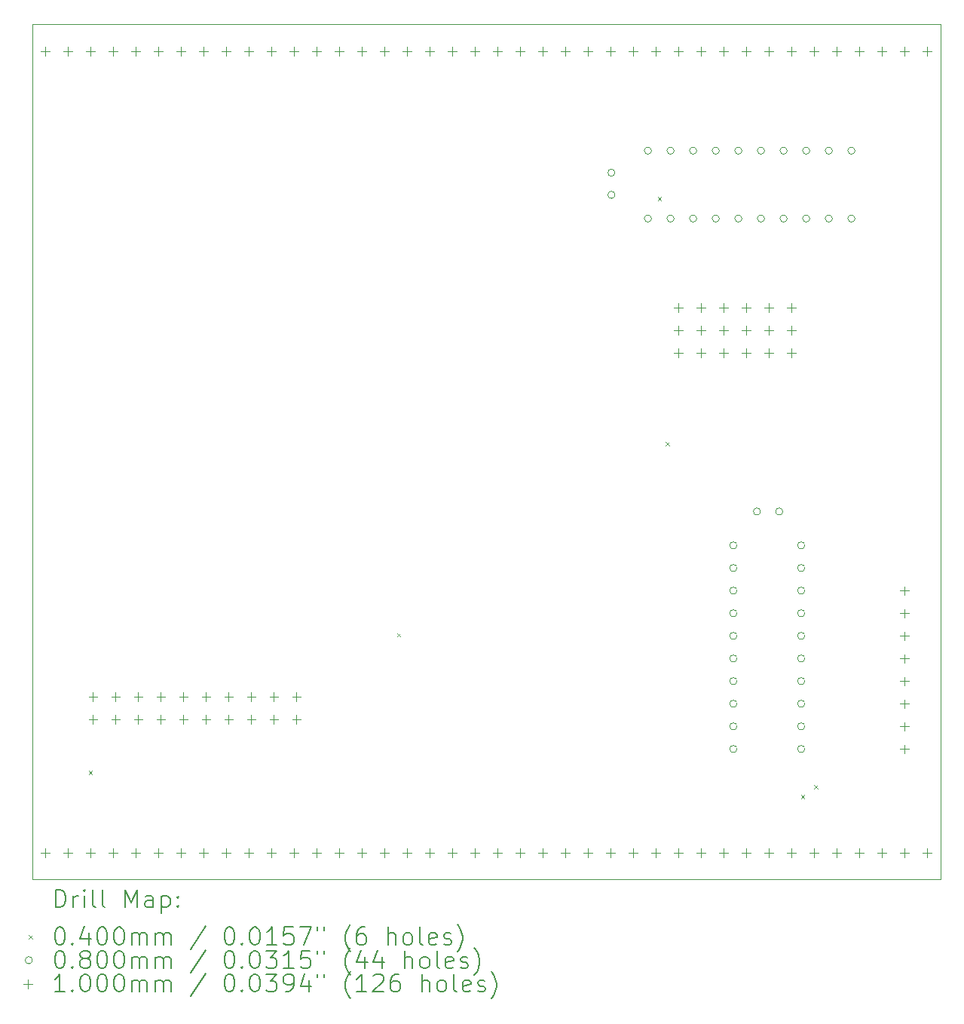
<source format=gbr>
%TF.GenerationSoftware,KiCad,Pcbnew,8.0.3*%
%TF.CreationDate,2025-04-20T12:23:43-04:00*%
%TF.ProjectId,memory-loader-interface,6d656d6f-7279-42d6-9c6f-616465722d69,1.0*%
%TF.SameCoordinates,Original*%
%TF.FileFunction,Drillmap*%
%TF.FilePolarity,Positive*%
%FSLAX45Y45*%
G04 Gerber Fmt 4.5, Leading zero omitted, Abs format (unit mm)*
G04 Created by KiCad (PCBNEW 8.0.3) date 2025-04-20 12:23:43*
%MOMM*%
%LPD*%
G01*
G04 APERTURE LIST*
%ADD10C,0.100000*%
%ADD11C,0.200000*%
G04 APERTURE END LIST*
D10*
X8500000Y-13900000D02*
X8500000Y-4300000D01*
X8500000Y-4300000D02*
X18700000Y-4300000D01*
X18700000Y-13900000D02*
X8500000Y-13900000D01*
X18700000Y-4300000D02*
X18700000Y-13900000D01*
D11*
D10*
X9128000Y-12680000D02*
X9168000Y-12720000D01*
X9168000Y-12680000D02*
X9128000Y-12720000D01*
X12590000Y-11135000D02*
X12630000Y-11175000D01*
X12630000Y-11135000D02*
X12590000Y-11175000D01*
X15520000Y-6240000D02*
X15560000Y-6280000D01*
X15560000Y-6240000D02*
X15520000Y-6280000D01*
X15610000Y-8990000D02*
X15650000Y-9030000D01*
X15650000Y-8990000D02*
X15610000Y-9030000D01*
X17130000Y-12950000D02*
X17170000Y-12990000D01*
X17170000Y-12950000D02*
X17130000Y-12990000D01*
X17280000Y-12840000D02*
X17320000Y-12880000D01*
X17320000Y-12840000D02*
X17280000Y-12880000D01*
X15040000Y-5965000D02*
G75*
G02*
X14960000Y-5965000I-40000J0D01*
G01*
X14960000Y-5965000D02*
G75*
G02*
X15040000Y-5965000I40000J0D01*
G01*
X15040000Y-6215000D02*
G75*
G02*
X14960000Y-6215000I-40000J0D01*
G01*
X14960000Y-6215000D02*
G75*
G02*
X15040000Y-6215000I40000J0D01*
G01*
X15450000Y-5718000D02*
G75*
G02*
X15370000Y-5718000I-40000J0D01*
G01*
X15370000Y-5718000D02*
G75*
G02*
X15450000Y-5718000I40000J0D01*
G01*
X15450000Y-6480000D02*
G75*
G02*
X15370000Y-6480000I-40000J0D01*
G01*
X15370000Y-6480000D02*
G75*
G02*
X15450000Y-6480000I40000J0D01*
G01*
X15704000Y-5718000D02*
G75*
G02*
X15624000Y-5718000I-40000J0D01*
G01*
X15624000Y-5718000D02*
G75*
G02*
X15704000Y-5718000I40000J0D01*
G01*
X15704000Y-6480000D02*
G75*
G02*
X15624000Y-6480000I-40000J0D01*
G01*
X15624000Y-6480000D02*
G75*
G02*
X15704000Y-6480000I40000J0D01*
G01*
X15958000Y-5718000D02*
G75*
G02*
X15878000Y-5718000I-40000J0D01*
G01*
X15878000Y-5718000D02*
G75*
G02*
X15958000Y-5718000I40000J0D01*
G01*
X15958000Y-6480000D02*
G75*
G02*
X15878000Y-6480000I-40000J0D01*
G01*
X15878000Y-6480000D02*
G75*
G02*
X15958000Y-6480000I40000J0D01*
G01*
X16212000Y-5718000D02*
G75*
G02*
X16132000Y-5718000I-40000J0D01*
G01*
X16132000Y-5718000D02*
G75*
G02*
X16212000Y-5718000I40000J0D01*
G01*
X16212000Y-6480000D02*
G75*
G02*
X16132000Y-6480000I-40000J0D01*
G01*
X16132000Y-6480000D02*
G75*
G02*
X16212000Y-6480000I40000J0D01*
G01*
X16410000Y-10150000D02*
G75*
G02*
X16330000Y-10150000I-40000J0D01*
G01*
X16330000Y-10150000D02*
G75*
G02*
X16410000Y-10150000I40000J0D01*
G01*
X16410000Y-10404000D02*
G75*
G02*
X16330000Y-10404000I-40000J0D01*
G01*
X16330000Y-10404000D02*
G75*
G02*
X16410000Y-10404000I40000J0D01*
G01*
X16410000Y-10658000D02*
G75*
G02*
X16330000Y-10658000I-40000J0D01*
G01*
X16330000Y-10658000D02*
G75*
G02*
X16410000Y-10658000I40000J0D01*
G01*
X16410000Y-10912000D02*
G75*
G02*
X16330000Y-10912000I-40000J0D01*
G01*
X16330000Y-10912000D02*
G75*
G02*
X16410000Y-10912000I40000J0D01*
G01*
X16410000Y-11166000D02*
G75*
G02*
X16330000Y-11166000I-40000J0D01*
G01*
X16330000Y-11166000D02*
G75*
G02*
X16410000Y-11166000I40000J0D01*
G01*
X16410000Y-11420000D02*
G75*
G02*
X16330000Y-11420000I-40000J0D01*
G01*
X16330000Y-11420000D02*
G75*
G02*
X16410000Y-11420000I40000J0D01*
G01*
X16410000Y-11674000D02*
G75*
G02*
X16330000Y-11674000I-40000J0D01*
G01*
X16330000Y-11674000D02*
G75*
G02*
X16410000Y-11674000I40000J0D01*
G01*
X16410000Y-11928000D02*
G75*
G02*
X16330000Y-11928000I-40000J0D01*
G01*
X16330000Y-11928000D02*
G75*
G02*
X16410000Y-11928000I40000J0D01*
G01*
X16410000Y-12182000D02*
G75*
G02*
X16330000Y-12182000I-40000J0D01*
G01*
X16330000Y-12182000D02*
G75*
G02*
X16410000Y-12182000I40000J0D01*
G01*
X16410000Y-12436000D02*
G75*
G02*
X16330000Y-12436000I-40000J0D01*
G01*
X16330000Y-12436000D02*
G75*
G02*
X16410000Y-12436000I40000J0D01*
G01*
X16466000Y-5718000D02*
G75*
G02*
X16386000Y-5718000I-40000J0D01*
G01*
X16386000Y-5718000D02*
G75*
G02*
X16466000Y-5718000I40000J0D01*
G01*
X16466000Y-6480000D02*
G75*
G02*
X16386000Y-6480000I-40000J0D01*
G01*
X16386000Y-6480000D02*
G75*
G02*
X16466000Y-6480000I40000J0D01*
G01*
X16675000Y-9770000D02*
G75*
G02*
X16595000Y-9770000I-40000J0D01*
G01*
X16595000Y-9770000D02*
G75*
G02*
X16675000Y-9770000I40000J0D01*
G01*
X16720000Y-5718000D02*
G75*
G02*
X16640000Y-5718000I-40000J0D01*
G01*
X16640000Y-5718000D02*
G75*
G02*
X16720000Y-5718000I40000J0D01*
G01*
X16720000Y-6480000D02*
G75*
G02*
X16640000Y-6480000I-40000J0D01*
G01*
X16640000Y-6480000D02*
G75*
G02*
X16720000Y-6480000I40000J0D01*
G01*
X16925000Y-9770000D02*
G75*
G02*
X16845000Y-9770000I-40000J0D01*
G01*
X16845000Y-9770000D02*
G75*
G02*
X16925000Y-9770000I40000J0D01*
G01*
X16974000Y-5718000D02*
G75*
G02*
X16894000Y-5718000I-40000J0D01*
G01*
X16894000Y-5718000D02*
G75*
G02*
X16974000Y-5718000I40000J0D01*
G01*
X16974000Y-6480000D02*
G75*
G02*
X16894000Y-6480000I-40000J0D01*
G01*
X16894000Y-6480000D02*
G75*
G02*
X16974000Y-6480000I40000J0D01*
G01*
X17172000Y-10150000D02*
G75*
G02*
X17092000Y-10150000I-40000J0D01*
G01*
X17092000Y-10150000D02*
G75*
G02*
X17172000Y-10150000I40000J0D01*
G01*
X17172000Y-10404000D02*
G75*
G02*
X17092000Y-10404000I-40000J0D01*
G01*
X17092000Y-10404000D02*
G75*
G02*
X17172000Y-10404000I40000J0D01*
G01*
X17172000Y-10658000D02*
G75*
G02*
X17092000Y-10658000I-40000J0D01*
G01*
X17092000Y-10658000D02*
G75*
G02*
X17172000Y-10658000I40000J0D01*
G01*
X17172000Y-10912000D02*
G75*
G02*
X17092000Y-10912000I-40000J0D01*
G01*
X17092000Y-10912000D02*
G75*
G02*
X17172000Y-10912000I40000J0D01*
G01*
X17172000Y-11166000D02*
G75*
G02*
X17092000Y-11166000I-40000J0D01*
G01*
X17092000Y-11166000D02*
G75*
G02*
X17172000Y-11166000I40000J0D01*
G01*
X17172000Y-11420000D02*
G75*
G02*
X17092000Y-11420000I-40000J0D01*
G01*
X17092000Y-11420000D02*
G75*
G02*
X17172000Y-11420000I40000J0D01*
G01*
X17172000Y-11674000D02*
G75*
G02*
X17092000Y-11674000I-40000J0D01*
G01*
X17092000Y-11674000D02*
G75*
G02*
X17172000Y-11674000I40000J0D01*
G01*
X17172000Y-11928000D02*
G75*
G02*
X17092000Y-11928000I-40000J0D01*
G01*
X17092000Y-11928000D02*
G75*
G02*
X17172000Y-11928000I40000J0D01*
G01*
X17172000Y-12182000D02*
G75*
G02*
X17092000Y-12182000I-40000J0D01*
G01*
X17092000Y-12182000D02*
G75*
G02*
X17172000Y-12182000I40000J0D01*
G01*
X17172000Y-12436000D02*
G75*
G02*
X17092000Y-12436000I-40000J0D01*
G01*
X17092000Y-12436000D02*
G75*
G02*
X17172000Y-12436000I40000J0D01*
G01*
X17228000Y-5718000D02*
G75*
G02*
X17148000Y-5718000I-40000J0D01*
G01*
X17148000Y-5718000D02*
G75*
G02*
X17228000Y-5718000I40000J0D01*
G01*
X17228000Y-6480000D02*
G75*
G02*
X17148000Y-6480000I-40000J0D01*
G01*
X17148000Y-6480000D02*
G75*
G02*
X17228000Y-6480000I40000J0D01*
G01*
X17482000Y-5718000D02*
G75*
G02*
X17402000Y-5718000I-40000J0D01*
G01*
X17402000Y-5718000D02*
G75*
G02*
X17482000Y-5718000I40000J0D01*
G01*
X17482000Y-6480000D02*
G75*
G02*
X17402000Y-6480000I-40000J0D01*
G01*
X17402000Y-6480000D02*
G75*
G02*
X17482000Y-6480000I40000J0D01*
G01*
X17736000Y-5718000D02*
G75*
G02*
X17656000Y-5718000I-40000J0D01*
G01*
X17656000Y-5718000D02*
G75*
G02*
X17736000Y-5718000I40000J0D01*
G01*
X17736000Y-6480000D02*
G75*
G02*
X17656000Y-6480000I-40000J0D01*
G01*
X17656000Y-6480000D02*
G75*
G02*
X17736000Y-6480000I40000J0D01*
G01*
X8640000Y-4550000D02*
X8640000Y-4650000D01*
X8590000Y-4600000D02*
X8690000Y-4600000D01*
X8640000Y-13550000D02*
X8640000Y-13650000D01*
X8590000Y-13600000D02*
X8690000Y-13600000D01*
X8894000Y-4550000D02*
X8894000Y-4650000D01*
X8844000Y-4600000D02*
X8944000Y-4600000D01*
X8894000Y-13550000D02*
X8894000Y-13650000D01*
X8844000Y-13600000D02*
X8944000Y-13600000D01*
X9148000Y-4550000D02*
X9148000Y-4650000D01*
X9098000Y-4600000D02*
X9198000Y-4600000D01*
X9148000Y-13550000D02*
X9148000Y-13650000D01*
X9098000Y-13600000D02*
X9198000Y-13600000D01*
X9177500Y-11798500D02*
X9177500Y-11898500D01*
X9127500Y-11848500D02*
X9227500Y-11848500D01*
X9177500Y-12052500D02*
X9177500Y-12152500D01*
X9127500Y-12102500D02*
X9227500Y-12102500D01*
X9402000Y-4550000D02*
X9402000Y-4650000D01*
X9352000Y-4600000D02*
X9452000Y-4600000D01*
X9402000Y-13550000D02*
X9402000Y-13650000D01*
X9352000Y-13600000D02*
X9452000Y-13600000D01*
X9431500Y-11798500D02*
X9431500Y-11898500D01*
X9381500Y-11848500D02*
X9481500Y-11848500D01*
X9431500Y-12052500D02*
X9431500Y-12152500D01*
X9381500Y-12102500D02*
X9481500Y-12102500D01*
X9656000Y-4550000D02*
X9656000Y-4650000D01*
X9606000Y-4600000D02*
X9706000Y-4600000D01*
X9656000Y-13550000D02*
X9656000Y-13650000D01*
X9606000Y-13600000D02*
X9706000Y-13600000D01*
X9685500Y-11798500D02*
X9685500Y-11898500D01*
X9635500Y-11848500D02*
X9735500Y-11848500D01*
X9685500Y-12052500D02*
X9685500Y-12152500D01*
X9635500Y-12102500D02*
X9735500Y-12102500D01*
X9910000Y-4550000D02*
X9910000Y-4650000D01*
X9860000Y-4600000D02*
X9960000Y-4600000D01*
X9910000Y-13550000D02*
X9910000Y-13650000D01*
X9860000Y-13600000D02*
X9960000Y-13600000D01*
X9939500Y-11798500D02*
X9939500Y-11898500D01*
X9889500Y-11848500D02*
X9989500Y-11848500D01*
X9939500Y-12052500D02*
X9939500Y-12152500D01*
X9889500Y-12102500D02*
X9989500Y-12102500D01*
X10164000Y-4550000D02*
X10164000Y-4650000D01*
X10114000Y-4600000D02*
X10214000Y-4600000D01*
X10164000Y-13550000D02*
X10164000Y-13650000D01*
X10114000Y-13600000D02*
X10214000Y-13600000D01*
X10193500Y-11798500D02*
X10193500Y-11898500D01*
X10143500Y-11848500D02*
X10243500Y-11848500D01*
X10193500Y-12052500D02*
X10193500Y-12152500D01*
X10143500Y-12102500D02*
X10243500Y-12102500D01*
X10418000Y-4550000D02*
X10418000Y-4650000D01*
X10368000Y-4600000D02*
X10468000Y-4600000D01*
X10418000Y-13550000D02*
X10418000Y-13650000D01*
X10368000Y-13600000D02*
X10468000Y-13600000D01*
X10447500Y-11798500D02*
X10447500Y-11898500D01*
X10397500Y-11848500D02*
X10497500Y-11848500D01*
X10447500Y-12052500D02*
X10447500Y-12152500D01*
X10397500Y-12102500D02*
X10497500Y-12102500D01*
X10672000Y-4550000D02*
X10672000Y-4650000D01*
X10622000Y-4600000D02*
X10722000Y-4600000D01*
X10672000Y-13550000D02*
X10672000Y-13650000D01*
X10622000Y-13600000D02*
X10722000Y-13600000D01*
X10701500Y-11798500D02*
X10701500Y-11898500D01*
X10651500Y-11848500D02*
X10751500Y-11848500D01*
X10701500Y-12052500D02*
X10701500Y-12152500D01*
X10651500Y-12102500D02*
X10751500Y-12102500D01*
X10926000Y-4550000D02*
X10926000Y-4650000D01*
X10876000Y-4600000D02*
X10976000Y-4600000D01*
X10926000Y-13550000D02*
X10926000Y-13650000D01*
X10876000Y-13600000D02*
X10976000Y-13600000D01*
X10955500Y-11798500D02*
X10955500Y-11898500D01*
X10905500Y-11848500D02*
X11005500Y-11848500D01*
X10955500Y-12052500D02*
X10955500Y-12152500D01*
X10905500Y-12102500D02*
X11005500Y-12102500D01*
X11180000Y-4550000D02*
X11180000Y-4650000D01*
X11130000Y-4600000D02*
X11230000Y-4600000D01*
X11180000Y-13550000D02*
X11180000Y-13650000D01*
X11130000Y-13600000D02*
X11230000Y-13600000D01*
X11209500Y-11798500D02*
X11209500Y-11898500D01*
X11159500Y-11848500D02*
X11259500Y-11848500D01*
X11209500Y-12052500D02*
X11209500Y-12152500D01*
X11159500Y-12102500D02*
X11259500Y-12102500D01*
X11434000Y-4550000D02*
X11434000Y-4650000D01*
X11384000Y-4600000D02*
X11484000Y-4600000D01*
X11434000Y-13550000D02*
X11434000Y-13650000D01*
X11384000Y-13600000D02*
X11484000Y-13600000D01*
X11463500Y-11798500D02*
X11463500Y-11898500D01*
X11413500Y-11848500D02*
X11513500Y-11848500D01*
X11463500Y-12052500D02*
X11463500Y-12152500D01*
X11413500Y-12102500D02*
X11513500Y-12102500D01*
X11688000Y-4550000D02*
X11688000Y-4650000D01*
X11638000Y-4600000D02*
X11738000Y-4600000D01*
X11688000Y-13550000D02*
X11688000Y-13650000D01*
X11638000Y-13600000D02*
X11738000Y-13600000D01*
X11942000Y-4550000D02*
X11942000Y-4650000D01*
X11892000Y-4600000D02*
X11992000Y-4600000D01*
X11942000Y-13550000D02*
X11942000Y-13650000D01*
X11892000Y-13600000D02*
X11992000Y-13600000D01*
X12196000Y-4550000D02*
X12196000Y-4650000D01*
X12146000Y-4600000D02*
X12246000Y-4600000D01*
X12196000Y-13550000D02*
X12196000Y-13650000D01*
X12146000Y-13600000D02*
X12246000Y-13600000D01*
X12450000Y-4550000D02*
X12450000Y-4650000D01*
X12400000Y-4600000D02*
X12500000Y-4600000D01*
X12450000Y-13550000D02*
X12450000Y-13650000D01*
X12400000Y-13600000D02*
X12500000Y-13600000D01*
X12704000Y-4550000D02*
X12704000Y-4650000D01*
X12654000Y-4600000D02*
X12754000Y-4600000D01*
X12704000Y-13550000D02*
X12704000Y-13650000D01*
X12654000Y-13600000D02*
X12754000Y-13600000D01*
X12958000Y-4550000D02*
X12958000Y-4650000D01*
X12908000Y-4600000D02*
X13008000Y-4600000D01*
X12958000Y-13550000D02*
X12958000Y-13650000D01*
X12908000Y-13600000D02*
X13008000Y-13600000D01*
X13212000Y-4550000D02*
X13212000Y-4650000D01*
X13162000Y-4600000D02*
X13262000Y-4600000D01*
X13212000Y-13550000D02*
X13212000Y-13650000D01*
X13162000Y-13600000D02*
X13262000Y-13600000D01*
X13466000Y-4550000D02*
X13466000Y-4650000D01*
X13416000Y-4600000D02*
X13516000Y-4600000D01*
X13466000Y-13550000D02*
X13466000Y-13650000D01*
X13416000Y-13600000D02*
X13516000Y-13600000D01*
X13720000Y-4550000D02*
X13720000Y-4650000D01*
X13670000Y-4600000D02*
X13770000Y-4600000D01*
X13720000Y-13550000D02*
X13720000Y-13650000D01*
X13670000Y-13600000D02*
X13770000Y-13600000D01*
X13974000Y-4550000D02*
X13974000Y-4650000D01*
X13924000Y-4600000D02*
X14024000Y-4600000D01*
X13974000Y-13550000D02*
X13974000Y-13650000D01*
X13924000Y-13600000D02*
X14024000Y-13600000D01*
X14228000Y-4550000D02*
X14228000Y-4650000D01*
X14178000Y-4600000D02*
X14278000Y-4600000D01*
X14228000Y-13550000D02*
X14228000Y-13650000D01*
X14178000Y-13600000D02*
X14278000Y-13600000D01*
X14482000Y-4550000D02*
X14482000Y-4650000D01*
X14432000Y-4600000D02*
X14532000Y-4600000D01*
X14482000Y-13550000D02*
X14482000Y-13650000D01*
X14432000Y-13600000D02*
X14532000Y-13600000D01*
X14736000Y-4550000D02*
X14736000Y-4650000D01*
X14686000Y-4600000D02*
X14786000Y-4600000D01*
X14736000Y-13550000D02*
X14736000Y-13650000D01*
X14686000Y-13600000D02*
X14786000Y-13600000D01*
X14990000Y-4550000D02*
X14990000Y-4650000D01*
X14940000Y-4600000D02*
X15040000Y-4600000D01*
X14990000Y-13550000D02*
X14990000Y-13650000D01*
X14940000Y-13600000D02*
X15040000Y-13600000D01*
X15244000Y-4550000D02*
X15244000Y-4650000D01*
X15194000Y-4600000D02*
X15294000Y-4600000D01*
X15244000Y-13550000D02*
X15244000Y-13650000D01*
X15194000Y-13600000D02*
X15294000Y-13600000D01*
X15498000Y-4550000D02*
X15498000Y-4650000D01*
X15448000Y-4600000D02*
X15548000Y-4600000D01*
X15498000Y-13550000D02*
X15498000Y-13650000D01*
X15448000Y-13600000D02*
X15548000Y-13600000D01*
X15750000Y-7430000D02*
X15750000Y-7530000D01*
X15700000Y-7480000D02*
X15800000Y-7480000D01*
X15750000Y-7686000D02*
X15750000Y-7786000D01*
X15700000Y-7736000D02*
X15800000Y-7736000D01*
X15750000Y-7940000D02*
X15750000Y-8040000D01*
X15700000Y-7990000D02*
X15800000Y-7990000D01*
X15752000Y-4550000D02*
X15752000Y-4650000D01*
X15702000Y-4600000D02*
X15802000Y-4600000D01*
X15752000Y-13550000D02*
X15752000Y-13650000D01*
X15702000Y-13600000D02*
X15802000Y-13600000D01*
X16004000Y-7430000D02*
X16004000Y-7530000D01*
X15954000Y-7480000D02*
X16054000Y-7480000D01*
X16004000Y-7686000D02*
X16004000Y-7786000D01*
X15954000Y-7736000D02*
X16054000Y-7736000D01*
X16004000Y-7940000D02*
X16004000Y-8040000D01*
X15954000Y-7990000D02*
X16054000Y-7990000D01*
X16006000Y-4550000D02*
X16006000Y-4650000D01*
X15956000Y-4600000D02*
X16056000Y-4600000D01*
X16006000Y-13550000D02*
X16006000Y-13650000D01*
X15956000Y-13600000D02*
X16056000Y-13600000D01*
X16258000Y-7430000D02*
X16258000Y-7530000D01*
X16208000Y-7480000D02*
X16308000Y-7480000D01*
X16258000Y-7686000D02*
X16258000Y-7786000D01*
X16208000Y-7736000D02*
X16308000Y-7736000D01*
X16258000Y-7940000D02*
X16258000Y-8040000D01*
X16208000Y-7990000D02*
X16308000Y-7990000D01*
X16260000Y-4550000D02*
X16260000Y-4650000D01*
X16210000Y-4600000D02*
X16310000Y-4600000D01*
X16260000Y-13550000D02*
X16260000Y-13650000D01*
X16210000Y-13600000D02*
X16310000Y-13600000D01*
X16512000Y-7430000D02*
X16512000Y-7530000D01*
X16462000Y-7480000D02*
X16562000Y-7480000D01*
X16512000Y-7686000D02*
X16512000Y-7786000D01*
X16462000Y-7736000D02*
X16562000Y-7736000D01*
X16512000Y-7940000D02*
X16512000Y-8040000D01*
X16462000Y-7990000D02*
X16562000Y-7990000D01*
X16514000Y-4550000D02*
X16514000Y-4650000D01*
X16464000Y-4600000D02*
X16564000Y-4600000D01*
X16514000Y-13550000D02*
X16514000Y-13650000D01*
X16464000Y-13600000D02*
X16564000Y-13600000D01*
X16766000Y-7430000D02*
X16766000Y-7530000D01*
X16716000Y-7480000D02*
X16816000Y-7480000D01*
X16766000Y-7686000D02*
X16766000Y-7786000D01*
X16716000Y-7736000D02*
X16816000Y-7736000D01*
X16766000Y-7940000D02*
X16766000Y-8040000D01*
X16716000Y-7990000D02*
X16816000Y-7990000D01*
X16768000Y-4550000D02*
X16768000Y-4650000D01*
X16718000Y-4600000D02*
X16818000Y-4600000D01*
X16768000Y-13550000D02*
X16768000Y-13650000D01*
X16718000Y-13600000D02*
X16818000Y-13600000D01*
X17020000Y-7430000D02*
X17020000Y-7530000D01*
X16970000Y-7480000D02*
X17070000Y-7480000D01*
X17020000Y-7686000D02*
X17020000Y-7786000D01*
X16970000Y-7736000D02*
X17070000Y-7736000D01*
X17020000Y-7940000D02*
X17020000Y-8040000D01*
X16970000Y-7990000D02*
X17070000Y-7990000D01*
X17022000Y-4550000D02*
X17022000Y-4650000D01*
X16972000Y-4600000D02*
X17072000Y-4600000D01*
X17022000Y-13550000D02*
X17022000Y-13650000D01*
X16972000Y-13600000D02*
X17072000Y-13600000D01*
X17276000Y-4550000D02*
X17276000Y-4650000D01*
X17226000Y-4600000D02*
X17326000Y-4600000D01*
X17276000Y-13550000D02*
X17276000Y-13650000D01*
X17226000Y-13600000D02*
X17326000Y-13600000D01*
X17530000Y-4550000D02*
X17530000Y-4650000D01*
X17480000Y-4600000D02*
X17580000Y-4600000D01*
X17530000Y-13550000D02*
X17530000Y-13650000D01*
X17480000Y-13600000D02*
X17580000Y-13600000D01*
X17784000Y-4550000D02*
X17784000Y-4650000D01*
X17734000Y-4600000D02*
X17834000Y-4600000D01*
X17784000Y-13550000D02*
X17784000Y-13650000D01*
X17734000Y-13600000D02*
X17834000Y-13600000D01*
X18038000Y-4550000D02*
X18038000Y-4650000D01*
X17988000Y-4600000D02*
X18088000Y-4600000D01*
X18038000Y-13550000D02*
X18038000Y-13650000D01*
X17988000Y-13600000D02*
X18088000Y-13600000D01*
X18290000Y-10610000D02*
X18290000Y-10710000D01*
X18240000Y-10660000D02*
X18340000Y-10660000D01*
X18290000Y-10864000D02*
X18290000Y-10964000D01*
X18240000Y-10914000D02*
X18340000Y-10914000D01*
X18290000Y-11118000D02*
X18290000Y-11218000D01*
X18240000Y-11168000D02*
X18340000Y-11168000D01*
X18290000Y-11372000D02*
X18290000Y-11472000D01*
X18240000Y-11422000D02*
X18340000Y-11422000D01*
X18290000Y-11626000D02*
X18290000Y-11726000D01*
X18240000Y-11676000D02*
X18340000Y-11676000D01*
X18290000Y-11880000D02*
X18290000Y-11980000D01*
X18240000Y-11930000D02*
X18340000Y-11930000D01*
X18290000Y-12134000D02*
X18290000Y-12234000D01*
X18240000Y-12184000D02*
X18340000Y-12184000D01*
X18290000Y-12388000D02*
X18290000Y-12488000D01*
X18240000Y-12438000D02*
X18340000Y-12438000D01*
X18292000Y-4550000D02*
X18292000Y-4650000D01*
X18242000Y-4600000D02*
X18342000Y-4600000D01*
X18292000Y-13550000D02*
X18292000Y-13650000D01*
X18242000Y-13600000D02*
X18342000Y-13600000D01*
X18546000Y-4550000D02*
X18546000Y-4650000D01*
X18496000Y-4600000D02*
X18596000Y-4600000D01*
X18546000Y-13550000D02*
X18546000Y-13650000D01*
X18496000Y-13600000D02*
X18596000Y-13600000D01*
D11*
X8755777Y-14216484D02*
X8755777Y-14016484D01*
X8755777Y-14016484D02*
X8803396Y-14016484D01*
X8803396Y-14016484D02*
X8831967Y-14026008D01*
X8831967Y-14026008D02*
X8851015Y-14045055D01*
X8851015Y-14045055D02*
X8860539Y-14064103D01*
X8860539Y-14064103D02*
X8870063Y-14102198D01*
X8870063Y-14102198D02*
X8870063Y-14130769D01*
X8870063Y-14130769D02*
X8860539Y-14168865D01*
X8860539Y-14168865D02*
X8851015Y-14187912D01*
X8851015Y-14187912D02*
X8831967Y-14206960D01*
X8831967Y-14206960D02*
X8803396Y-14216484D01*
X8803396Y-14216484D02*
X8755777Y-14216484D01*
X8955777Y-14216484D02*
X8955777Y-14083150D01*
X8955777Y-14121246D02*
X8965301Y-14102198D01*
X8965301Y-14102198D02*
X8974824Y-14092674D01*
X8974824Y-14092674D02*
X8993872Y-14083150D01*
X8993872Y-14083150D02*
X9012920Y-14083150D01*
X9079586Y-14216484D02*
X9079586Y-14083150D01*
X9079586Y-14016484D02*
X9070063Y-14026008D01*
X9070063Y-14026008D02*
X9079586Y-14035531D01*
X9079586Y-14035531D02*
X9089110Y-14026008D01*
X9089110Y-14026008D02*
X9079586Y-14016484D01*
X9079586Y-14016484D02*
X9079586Y-14035531D01*
X9203396Y-14216484D02*
X9184348Y-14206960D01*
X9184348Y-14206960D02*
X9174824Y-14187912D01*
X9174824Y-14187912D02*
X9174824Y-14016484D01*
X9308158Y-14216484D02*
X9289110Y-14206960D01*
X9289110Y-14206960D02*
X9279586Y-14187912D01*
X9279586Y-14187912D02*
X9279586Y-14016484D01*
X9536729Y-14216484D02*
X9536729Y-14016484D01*
X9536729Y-14016484D02*
X9603396Y-14159341D01*
X9603396Y-14159341D02*
X9670063Y-14016484D01*
X9670063Y-14016484D02*
X9670063Y-14216484D01*
X9851015Y-14216484D02*
X9851015Y-14111722D01*
X9851015Y-14111722D02*
X9841491Y-14092674D01*
X9841491Y-14092674D02*
X9822444Y-14083150D01*
X9822444Y-14083150D02*
X9784348Y-14083150D01*
X9784348Y-14083150D02*
X9765301Y-14092674D01*
X9851015Y-14206960D02*
X9831967Y-14216484D01*
X9831967Y-14216484D02*
X9784348Y-14216484D01*
X9784348Y-14216484D02*
X9765301Y-14206960D01*
X9765301Y-14206960D02*
X9755777Y-14187912D01*
X9755777Y-14187912D02*
X9755777Y-14168865D01*
X9755777Y-14168865D02*
X9765301Y-14149817D01*
X9765301Y-14149817D02*
X9784348Y-14140293D01*
X9784348Y-14140293D02*
X9831967Y-14140293D01*
X9831967Y-14140293D02*
X9851015Y-14130769D01*
X9946253Y-14083150D02*
X9946253Y-14283150D01*
X9946253Y-14092674D02*
X9965301Y-14083150D01*
X9965301Y-14083150D02*
X10003396Y-14083150D01*
X10003396Y-14083150D02*
X10022444Y-14092674D01*
X10022444Y-14092674D02*
X10031967Y-14102198D01*
X10031967Y-14102198D02*
X10041491Y-14121246D01*
X10041491Y-14121246D02*
X10041491Y-14178388D01*
X10041491Y-14178388D02*
X10031967Y-14197436D01*
X10031967Y-14197436D02*
X10022444Y-14206960D01*
X10022444Y-14206960D02*
X10003396Y-14216484D01*
X10003396Y-14216484D02*
X9965301Y-14216484D01*
X9965301Y-14216484D02*
X9946253Y-14206960D01*
X10127205Y-14197436D02*
X10136729Y-14206960D01*
X10136729Y-14206960D02*
X10127205Y-14216484D01*
X10127205Y-14216484D02*
X10117682Y-14206960D01*
X10117682Y-14206960D02*
X10127205Y-14197436D01*
X10127205Y-14197436D02*
X10127205Y-14216484D01*
X10127205Y-14092674D02*
X10136729Y-14102198D01*
X10136729Y-14102198D02*
X10127205Y-14111722D01*
X10127205Y-14111722D02*
X10117682Y-14102198D01*
X10117682Y-14102198D02*
X10127205Y-14092674D01*
X10127205Y-14092674D02*
X10127205Y-14111722D01*
D10*
X8455000Y-14525000D02*
X8495000Y-14565000D01*
X8495000Y-14525000D02*
X8455000Y-14565000D01*
D11*
X8793872Y-14436484D02*
X8812920Y-14436484D01*
X8812920Y-14436484D02*
X8831967Y-14446008D01*
X8831967Y-14446008D02*
X8841491Y-14455531D01*
X8841491Y-14455531D02*
X8851015Y-14474579D01*
X8851015Y-14474579D02*
X8860539Y-14512674D01*
X8860539Y-14512674D02*
X8860539Y-14560293D01*
X8860539Y-14560293D02*
X8851015Y-14598388D01*
X8851015Y-14598388D02*
X8841491Y-14617436D01*
X8841491Y-14617436D02*
X8831967Y-14626960D01*
X8831967Y-14626960D02*
X8812920Y-14636484D01*
X8812920Y-14636484D02*
X8793872Y-14636484D01*
X8793872Y-14636484D02*
X8774824Y-14626960D01*
X8774824Y-14626960D02*
X8765301Y-14617436D01*
X8765301Y-14617436D02*
X8755777Y-14598388D01*
X8755777Y-14598388D02*
X8746253Y-14560293D01*
X8746253Y-14560293D02*
X8746253Y-14512674D01*
X8746253Y-14512674D02*
X8755777Y-14474579D01*
X8755777Y-14474579D02*
X8765301Y-14455531D01*
X8765301Y-14455531D02*
X8774824Y-14446008D01*
X8774824Y-14446008D02*
X8793872Y-14436484D01*
X8946253Y-14617436D02*
X8955777Y-14626960D01*
X8955777Y-14626960D02*
X8946253Y-14636484D01*
X8946253Y-14636484D02*
X8936729Y-14626960D01*
X8936729Y-14626960D02*
X8946253Y-14617436D01*
X8946253Y-14617436D02*
X8946253Y-14636484D01*
X9127205Y-14503150D02*
X9127205Y-14636484D01*
X9079586Y-14426960D02*
X9031967Y-14569817D01*
X9031967Y-14569817D02*
X9155777Y-14569817D01*
X9270063Y-14436484D02*
X9289110Y-14436484D01*
X9289110Y-14436484D02*
X9308158Y-14446008D01*
X9308158Y-14446008D02*
X9317682Y-14455531D01*
X9317682Y-14455531D02*
X9327205Y-14474579D01*
X9327205Y-14474579D02*
X9336729Y-14512674D01*
X9336729Y-14512674D02*
X9336729Y-14560293D01*
X9336729Y-14560293D02*
X9327205Y-14598388D01*
X9327205Y-14598388D02*
X9317682Y-14617436D01*
X9317682Y-14617436D02*
X9308158Y-14626960D01*
X9308158Y-14626960D02*
X9289110Y-14636484D01*
X9289110Y-14636484D02*
X9270063Y-14636484D01*
X9270063Y-14636484D02*
X9251015Y-14626960D01*
X9251015Y-14626960D02*
X9241491Y-14617436D01*
X9241491Y-14617436D02*
X9231967Y-14598388D01*
X9231967Y-14598388D02*
X9222444Y-14560293D01*
X9222444Y-14560293D02*
X9222444Y-14512674D01*
X9222444Y-14512674D02*
X9231967Y-14474579D01*
X9231967Y-14474579D02*
X9241491Y-14455531D01*
X9241491Y-14455531D02*
X9251015Y-14446008D01*
X9251015Y-14446008D02*
X9270063Y-14436484D01*
X9460539Y-14436484D02*
X9479586Y-14436484D01*
X9479586Y-14436484D02*
X9498634Y-14446008D01*
X9498634Y-14446008D02*
X9508158Y-14455531D01*
X9508158Y-14455531D02*
X9517682Y-14474579D01*
X9517682Y-14474579D02*
X9527205Y-14512674D01*
X9527205Y-14512674D02*
X9527205Y-14560293D01*
X9527205Y-14560293D02*
X9517682Y-14598388D01*
X9517682Y-14598388D02*
X9508158Y-14617436D01*
X9508158Y-14617436D02*
X9498634Y-14626960D01*
X9498634Y-14626960D02*
X9479586Y-14636484D01*
X9479586Y-14636484D02*
X9460539Y-14636484D01*
X9460539Y-14636484D02*
X9441491Y-14626960D01*
X9441491Y-14626960D02*
X9431967Y-14617436D01*
X9431967Y-14617436D02*
X9422444Y-14598388D01*
X9422444Y-14598388D02*
X9412920Y-14560293D01*
X9412920Y-14560293D02*
X9412920Y-14512674D01*
X9412920Y-14512674D02*
X9422444Y-14474579D01*
X9422444Y-14474579D02*
X9431967Y-14455531D01*
X9431967Y-14455531D02*
X9441491Y-14446008D01*
X9441491Y-14446008D02*
X9460539Y-14436484D01*
X9612920Y-14636484D02*
X9612920Y-14503150D01*
X9612920Y-14522198D02*
X9622444Y-14512674D01*
X9622444Y-14512674D02*
X9641491Y-14503150D01*
X9641491Y-14503150D02*
X9670063Y-14503150D01*
X9670063Y-14503150D02*
X9689110Y-14512674D01*
X9689110Y-14512674D02*
X9698634Y-14531722D01*
X9698634Y-14531722D02*
X9698634Y-14636484D01*
X9698634Y-14531722D02*
X9708158Y-14512674D01*
X9708158Y-14512674D02*
X9727205Y-14503150D01*
X9727205Y-14503150D02*
X9755777Y-14503150D01*
X9755777Y-14503150D02*
X9774825Y-14512674D01*
X9774825Y-14512674D02*
X9784348Y-14531722D01*
X9784348Y-14531722D02*
X9784348Y-14636484D01*
X9879586Y-14636484D02*
X9879586Y-14503150D01*
X9879586Y-14522198D02*
X9889110Y-14512674D01*
X9889110Y-14512674D02*
X9908158Y-14503150D01*
X9908158Y-14503150D02*
X9936729Y-14503150D01*
X9936729Y-14503150D02*
X9955777Y-14512674D01*
X9955777Y-14512674D02*
X9965301Y-14531722D01*
X9965301Y-14531722D02*
X9965301Y-14636484D01*
X9965301Y-14531722D02*
X9974825Y-14512674D01*
X9974825Y-14512674D02*
X9993872Y-14503150D01*
X9993872Y-14503150D02*
X10022444Y-14503150D01*
X10022444Y-14503150D02*
X10041491Y-14512674D01*
X10041491Y-14512674D02*
X10051015Y-14531722D01*
X10051015Y-14531722D02*
X10051015Y-14636484D01*
X10441491Y-14426960D02*
X10270063Y-14684103D01*
X10698634Y-14436484D02*
X10717682Y-14436484D01*
X10717682Y-14436484D02*
X10736729Y-14446008D01*
X10736729Y-14446008D02*
X10746253Y-14455531D01*
X10746253Y-14455531D02*
X10755777Y-14474579D01*
X10755777Y-14474579D02*
X10765301Y-14512674D01*
X10765301Y-14512674D02*
X10765301Y-14560293D01*
X10765301Y-14560293D02*
X10755777Y-14598388D01*
X10755777Y-14598388D02*
X10746253Y-14617436D01*
X10746253Y-14617436D02*
X10736729Y-14626960D01*
X10736729Y-14626960D02*
X10717682Y-14636484D01*
X10717682Y-14636484D02*
X10698634Y-14636484D01*
X10698634Y-14636484D02*
X10679587Y-14626960D01*
X10679587Y-14626960D02*
X10670063Y-14617436D01*
X10670063Y-14617436D02*
X10660539Y-14598388D01*
X10660539Y-14598388D02*
X10651015Y-14560293D01*
X10651015Y-14560293D02*
X10651015Y-14512674D01*
X10651015Y-14512674D02*
X10660539Y-14474579D01*
X10660539Y-14474579D02*
X10670063Y-14455531D01*
X10670063Y-14455531D02*
X10679587Y-14446008D01*
X10679587Y-14446008D02*
X10698634Y-14436484D01*
X10851015Y-14617436D02*
X10860539Y-14626960D01*
X10860539Y-14626960D02*
X10851015Y-14636484D01*
X10851015Y-14636484D02*
X10841491Y-14626960D01*
X10841491Y-14626960D02*
X10851015Y-14617436D01*
X10851015Y-14617436D02*
X10851015Y-14636484D01*
X10984348Y-14436484D02*
X11003396Y-14436484D01*
X11003396Y-14436484D02*
X11022444Y-14446008D01*
X11022444Y-14446008D02*
X11031968Y-14455531D01*
X11031968Y-14455531D02*
X11041491Y-14474579D01*
X11041491Y-14474579D02*
X11051015Y-14512674D01*
X11051015Y-14512674D02*
X11051015Y-14560293D01*
X11051015Y-14560293D02*
X11041491Y-14598388D01*
X11041491Y-14598388D02*
X11031968Y-14617436D01*
X11031968Y-14617436D02*
X11022444Y-14626960D01*
X11022444Y-14626960D02*
X11003396Y-14636484D01*
X11003396Y-14636484D02*
X10984348Y-14636484D01*
X10984348Y-14636484D02*
X10965301Y-14626960D01*
X10965301Y-14626960D02*
X10955777Y-14617436D01*
X10955777Y-14617436D02*
X10946253Y-14598388D01*
X10946253Y-14598388D02*
X10936729Y-14560293D01*
X10936729Y-14560293D02*
X10936729Y-14512674D01*
X10936729Y-14512674D02*
X10946253Y-14474579D01*
X10946253Y-14474579D02*
X10955777Y-14455531D01*
X10955777Y-14455531D02*
X10965301Y-14446008D01*
X10965301Y-14446008D02*
X10984348Y-14436484D01*
X11241491Y-14636484D02*
X11127206Y-14636484D01*
X11184348Y-14636484D02*
X11184348Y-14436484D01*
X11184348Y-14436484D02*
X11165301Y-14465055D01*
X11165301Y-14465055D02*
X11146253Y-14484103D01*
X11146253Y-14484103D02*
X11127206Y-14493627D01*
X11422444Y-14436484D02*
X11327206Y-14436484D01*
X11327206Y-14436484D02*
X11317682Y-14531722D01*
X11317682Y-14531722D02*
X11327206Y-14522198D01*
X11327206Y-14522198D02*
X11346253Y-14512674D01*
X11346253Y-14512674D02*
X11393872Y-14512674D01*
X11393872Y-14512674D02*
X11412920Y-14522198D01*
X11412920Y-14522198D02*
X11422444Y-14531722D01*
X11422444Y-14531722D02*
X11431967Y-14550769D01*
X11431967Y-14550769D02*
X11431967Y-14598388D01*
X11431967Y-14598388D02*
X11422444Y-14617436D01*
X11422444Y-14617436D02*
X11412920Y-14626960D01*
X11412920Y-14626960D02*
X11393872Y-14636484D01*
X11393872Y-14636484D02*
X11346253Y-14636484D01*
X11346253Y-14636484D02*
X11327206Y-14626960D01*
X11327206Y-14626960D02*
X11317682Y-14617436D01*
X11498634Y-14436484D02*
X11631967Y-14436484D01*
X11631967Y-14436484D02*
X11546253Y-14636484D01*
X11698634Y-14436484D02*
X11698634Y-14474579D01*
X11774825Y-14436484D02*
X11774825Y-14474579D01*
X12070063Y-14712674D02*
X12060539Y-14703150D01*
X12060539Y-14703150D02*
X12041491Y-14674579D01*
X12041491Y-14674579D02*
X12031968Y-14655531D01*
X12031968Y-14655531D02*
X12022444Y-14626960D01*
X12022444Y-14626960D02*
X12012920Y-14579341D01*
X12012920Y-14579341D02*
X12012920Y-14541246D01*
X12012920Y-14541246D02*
X12022444Y-14493627D01*
X12022444Y-14493627D02*
X12031968Y-14465055D01*
X12031968Y-14465055D02*
X12041491Y-14446008D01*
X12041491Y-14446008D02*
X12060539Y-14417436D01*
X12060539Y-14417436D02*
X12070063Y-14407912D01*
X12231968Y-14436484D02*
X12193872Y-14436484D01*
X12193872Y-14436484D02*
X12174825Y-14446008D01*
X12174825Y-14446008D02*
X12165301Y-14455531D01*
X12165301Y-14455531D02*
X12146253Y-14484103D01*
X12146253Y-14484103D02*
X12136729Y-14522198D01*
X12136729Y-14522198D02*
X12136729Y-14598388D01*
X12136729Y-14598388D02*
X12146253Y-14617436D01*
X12146253Y-14617436D02*
X12155777Y-14626960D01*
X12155777Y-14626960D02*
X12174825Y-14636484D01*
X12174825Y-14636484D02*
X12212920Y-14636484D01*
X12212920Y-14636484D02*
X12231968Y-14626960D01*
X12231968Y-14626960D02*
X12241491Y-14617436D01*
X12241491Y-14617436D02*
X12251015Y-14598388D01*
X12251015Y-14598388D02*
X12251015Y-14550769D01*
X12251015Y-14550769D02*
X12241491Y-14531722D01*
X12241491Y-14531722D02*
X12231968Y-14522198D01*
X12231968Y-14522198D02*
X12212920Y-14512674D01*
X12212920Y-14512674D02*
X12174825Y-14512674D01*
X12174825Y-14512674D02*
X12155777Y-14522198D01*
X12155777Y-14522198D02*
X12146253Y-14531722D01*
X12146253Y-14531722D02*
X12136729Y-14550769D01*
X12489110Y-14636484D02*
X12489110Y-14436484D01*
X12574825Y-14636484D02*
X12574825Y-14531722D01*
X12574825Y-14531722D02*
X12565301Y-14512674D01*
X12565301Y-14512674D02*
X12546253Y-14503150D01*
X12546253Y-14503150D02*
X12517682Y-14503150D01*
X12517682Y-14503150D02*
X12498634Y-14512674D01*
X12498634Y-14512674D02*
X12489110Y-14522198D01*
X12698634Y-14636484D02*
X12679587Y-14626960D01*
X12679587Y-14626960D02*
X12670063Y-14617436D01*
X12670063Y-14617436D02*
X12660539Y-14598388D01*
X12660539Y-14598388D02*
X12660539Y-14541246D01*
X12660539Y-14541246D02*
X12670063Y-14522198D01*
X12670063Y-14522198D02*
X12679587Y-14512674D01*
X12679587Y-14512674D02*
X12698634Y-14503150D01*
X12698634Y-14503150D02*
X12727206Y-14503150D01*
X12727206Y-14503150D02*
X12746253Y-14512674D01*
X12746253Y-14512674D02*
X12755777Y-14522198D01*
X12755777Y-14522198D02*
X12765301Y-14541246D01*
X12765301Y-14541246D02*
X12765301Y-14598388D01*
X12765301Y-14598388D02*
X12755777Y-14617436D01*
X12755777Y-14617436D02*
X12746253Y-14626960D01*
X12746253Y-14626960D02*
X12727206Y-14636484D01*
X12727206Y-14636484D02*
X12698634Y-14636484D01*
X12879587Y-14636484D02*
X12860539Y-14626960D01*
X12860539Y-14626960D02*
X12851015Y-14607912D01*
X12851015Y-14607912D02*
X12851015Y-14436484D01*
X13031968Y-14626960D02*
X13012920Y-14636484D01*
X13012920Y-14636484D02*
X12974825Y-14636484D01*
X12974825Y-14636484D02*
X12955777Y-14626960D01*
X12955777Y-14626960D02*
X12946253Y-14607912D01*
X12946253Y-14607912D02*
X12946253Y-14531722D01*
X12946253Y-14531722D02*
X12955777Y-14512674D01*
X12955777Y-14512674D02*
X12974825Y-14503150D01*
X12974825Y-14503150D02*
X13012920Y-14503150D01*
X13012920Y-14503150D02*
X13031968Y-14512674D01*
X13031968Y-14512674D02*
X13041491Y-14531722D01*
X13041491Y-14531722D02*
X13041491Y-14550769D01*
X13041491Y-14550769D02*
X12946253Y-14569817D01*
X13117682Y-14626960D02*
X13136730Y-14636484D01*
X13136730Y-14636484D02*
X13174825Y-14636484D01*
X13174825Y-14636484D02*
X13193872Y-14626960D01*
X13193872Y-14626960D02*
X13203396Y-14607912D01*
X13203396Y-14607912D02*
X13203396Y-14598388D01*
X13203396Y-14598388D02*
X13193872Y-14579341D01*
X13193872Y-14579341D02*
X13174825Y-14569817D01*
X13174825Y-14569817D02*
X13146253Y-14569817D01*
X13146253Y-14569817D02*
X13127206Y-14560293D01*
X13127206Y-14560293D02*
X13117682Y-14541246D01*
X13117682Y-14541246D02*
X13117682Y-14531722D01*
X13117682Y-14531722D02*
X13127206Y-14512674D01*
X13127206Y-14512674D02*
X13146253Y-14503150D01*
X13146253Y-14503150D02*
X13174825Y-14503150D01*
X13174825Y-14503150D02*
X13193872Y-14512674D01*
X13270063Y-14712674D02*
X13279587Y-14703150D01*
X13279587Y-14703150D02*
X13298634Y-14674579D01*
X13298634Y-14674579D02*
X13308158Y-14655531D01*
X13308158Y-14655531D02*
X13317682Y-14626960D01*
X13317682Y-14626960D02*
X13327206Y-14579341D01*
X13327206Y-14579341D02*
X13327206Y-14541246D01*
X13327206Y-14541246D02*
X13317682Y-14493627D01*
X13317682Y-14493627D02*
X13308158Y-14465055D01*
X13308158Y-14465055D02*
X13298634Y-14446008D01*
X13298634Y-14446008D02*
X13279587Y-14417436D01*
X13279587Y-14417436D02*
X13270063Y-14407912D01*
D10*
X8495000Y-14809000D02*
G75*
G02*
X8415000Y-14809000I-40000J0D01*
G01*
X8415000Y-14809000D02*
G75*
G02*
X8495000Y-14809000I40000J0D01*
G01*
D11*
X8793872Y-14700484D02*
X8812920Y-14700484D01*
X8812920Y-14700484D02*
X8831967Y-14710008D01*
X8831967Y-14710008D02*
X8841491Y-14719531D01*
X8841491Y-14719531D02*
X8851015Y-14738579D01*
X8851015Y-14738579D02*
X8860539Y-14776674D01*
X8860539Y-14776674D02*
X8860539Y-14824293D01*
X8860539Y-14824293D02*
X8851015Y-14862388D01*
X8851015Y-14862388D02*
X8841491Y-14881436D01*
X8841491Y-14881436D02*
X8831967Y-14890960D01*
X8831967Y-14890960D02*
X8812920Y-14900484D01*
X8812920Y-14900484D02*
X8793872Y-14900484D01*
X8793872Y-14900484D02*
X8774824Y-14890960D01*
X8774824Y-14890960D02*
X8765301Y-14881436D01*
X8765301Y-14881436D02*
X8755777Y-14862388D01*
X8755777Y-14862388D02*
X8746253Y-14824293D01*
X8746253Y-14824293D02*
X8746253Y-14776674D01*
X8746253Y-14776674D02*
X8755777Y-14738579D01*
X8755777Y-14738579D02*
X8765301Y-14719531D01*
X8765301Y-14719531D02*
X8774824Y-14710008D01*
X8774824Y-14710008D02*
X8793872Y-14700484D01*
X8946253Y-14881436D02*
X8955777Y-14890960D01*
X8955777Y-14890960D02*
X8946253Y-14900484D01*
X8946253Y-14900484D02*
X8936729Y-14890960D01*
X8936729Y-14890960D02*
X8946253Y-14881436D01*
X8946253Y-14881436D02*
X8946253Y-14900484D01*
X9070063Y-14786198D02*
X9051015Y-14776674D01*
X9051015Y-14776674D02*
X9041491Y-14767150D01*
X9041491Y-14767150D02*
X9031967Y-14748103D01*
X9031967Y-14748103D02*
X9031967Y-14738579D01*
X9031967Y-14738579D02*
X9041491Y-14719531D01*
X9041491Y-14719531D02*
X9051015Y-14710008D01*
X9051015Y-14710008D02*
X9070063Y-14700484D01*
X9070063Y-14700484D02*
X9108158Y-14700484D01*
X9108158Y-14700484D02*
X9127205Y-14710008D01*
X9127205Y-14710008D02*
X9136729Y-14719531D01*
X9136729Y-14719531D02*
X9146253Y-14738579D01*
X9146253Y-14738579D02*
X9146253Y-14748103D01*
X9146253Y-14748103D02*
X9136729Y-14767150D01*
X9136729Y-14767150D02*
X9127205Y-14776674D01*
X9127205Y-14776674D02*
X9108158Y-14786198D01*
X9108158Y-14786198D02*
X9070063Y-14786198D01*
X9070063Y-14786198D02*
X9051015Y-14795722D01*
X9051015Y-14795722D02*
X9041491Y-14805246D01*
X9041491Y-14805246D02*
X9031967Y-14824293D01*
X9031967Y-14824293D02*
X9031967Y-14862388D01*
X9031967Y-14862388D02*
X9041491Y-14881436D01*
X9041491Y-14881436D02*
X9051015Y-14890960D01*
X9051015Y-14890960D02*
X9070063Y-14900484D01*
X9070063Y-14900484D02*
X9108158Y-14900484D01*
X9108158Y-14900484D02*
X9127205Y-14890960D01*
X9127205Y-14890960D02*
X9136729Y-14881436D01*
X9136729Y-14881436D02*
X9146253Y-14862388D01*
X9146253Y-14862388D02*
X9146253Y-14824293D01*
X9146253Y-14824293D02*
X9136729Y-14805246D01*
X9136729Y-14805246D02*
X9127205Y-14795722D01*
X9127205Y-14795722D02*
X9108158Y-14786198D01*
X9270063Y-14700484D02*
X9289110Y-14700484D01*
X9289110Y-14700484D02*
X9308158Y-14710008D01*
X9308158Y-14710008D02*
X9317682Y-14719531D01*
X9317682Y-14719531D02*
X9327205Y-14738579D01*
X9327205Y-14738579D02*
X9336729Y-14776674D01*
X9336729Y-14776674D02*
X9336729Y-14824293D01*
X9336729Y-14824293D02*
X9327205Y-14862388D01*
X9327205Y-14862388D02*
X9317682Y-14881436D01*
X9317682Y-14881436D02*
X9308158Y-14890960D01*
X9308158Y-14890960D02*
X9289110Y-14900484D01*
X9289110Y-14900484D02*
X9270063Y-14900484D01*
X9270063Y-14900484D02*
X9251015Y-14890960D01*
X9251015Y-14890960D02*
X9241491Y-14881436D01*
X9241491Y-14881436D02*
X9231967Y-14862388D01*
X9231967Y-14862388D02*
X9222444Y-14824293D01*
X9222444Y-14824293D02*
X9222444Y-14776674D01*
X9222444Y-14776674D02*
X9231967Y-14738579D01*
X9231967Y-14738579D02*
X9241491Y-14719531D01*
X9241491Y-14719531D02*
X9251015Y-14710008D01*
X9251015Y-14710008D02*
X9270063Y-14700484D01*
X9460539Y-14700484D02*
X9479586Y-14700484D01*
X9479586Y-14700484D02*
X9498634Y-14710008D01*
X9498634Y-14710008D02*
X9508158Y-14719531D01*
X9508158Y-14719531D02*
X9517682Y-14738579D01*
X9517682Y-14738579D02*
X9527205Y-14776674D01*
X9527205Y-14776674D02*
X9527205Y-14824293D01*
X9527205Y-14824293D02*
X9517682Y-14862388D01*
X9517682Y-14862388D02*
X9508158Y-14881436D01*
X9508158Y-14881436D02*
X9498634Y-14890960D01*
X9498634Y-14890960D02*
X9479586Y-14900484D01*
X9479586Y-14900484D02*
X9460539Y-14900484D01*
X9460539Y-14900484D02*
X9441491Y-14890960D01*
X9441491Y-14890960D02*
X9431967Y-14881436D01*
X9431967Y-14881436D02*
X9422444Y-14862388D01*
X9422444Y-14862388D02*
X9412920Y-14824293D01*
X9412920Y-14824293D02*
X9412920Y-14776674D01*
X9412920Y-14776674D02*
X9422444Y-14738579D01*
X9422444Y-14738579D02*
X9431967Y-14719531D01*
X9431967Y-14719531D02*
X9441491Y-14710008D01*
X9441491Y-14710008D02*
X9460539Y-14700484D01*
X9612920Y-14900484D02*
X9612920Y-14767150D01*
X9612920Y-14786198D02*
X9622444Y-14776674D01*
X9622444Y-14776674D02*
X9641491Y-14767150D01*
X9641491Y-14767150D02*
X9670063Y-14767150D01*
X9670063Y-14767150D02*
X9689110Y-14776674D01*
X9689110Y-14776674D02*
X9698634Y-14795722D01*
X9698634Y-14795722D02*
X9698634Y-14900484D01*
X9698634Y-14795722D02*
X9708158Y-14776674D01*
X9708158Y-14776674D02*
X9727205Y-14767150D01*
X9727205Y-14767150D02*
X9755777Y-14767150D01*
X9755777Y-14767150D02*
X9774825Y-14776674D01*
X9774825Y-14776674D02*
X9784348Y-14795722D01*
X9784348Y-14795722D02*
X9784348Y-14900484D01*
X9879586Y-14900484D02*
X9879586Y-14767150D01*
X9879586Y-14786198D02*
X9889110Y-14776674D01*
X9889110Y-14776674D02*
X9908158Y-14767150D01*
X9908158Y-14767150D02*
X9936729Y-14767150D01*
X9936729Y-14767150D02*
X9955777Y-14776674D01*
X9955777Y-14776674D02*
X9965301Y-14795722D01*
X9965301Y-14795722D02*
X9965301Y-14900484D01*
X9965301Y-14795722D02*
X9974825Y-14776674D01*
X9974825Y-14776674D02*
X9993872Y-14767150D01*
X9993872Y-14767150D02*
X10022444Y-14767150D01*
X10022444Y-14767150D02*
X10041491Y-14776674D01*
X10041491Y-14776674D02*
X10051015Y-14795722D01*
X10051015Y-14795722D02*
X10051015Y-14900484D01*
X10441491Y-14690960D02*
X10270063Y-14948103D01*
X10698634Y-14700484D02*
X10717682Y-14700484D01*
X10717682Y-14700484D02*
X10736729Y-14710008D01*
X10736729Y-14710008D02*
X10746253Y-14719531D01*
X10746253Y-14719531D02*
X10755777Y-14738579D01*
X10755777Y-14738579D02*
X10765301Y-14776674D01*
X10765301Y-14776674D02*
X10765301Y-14824293D01*
X10765301Y-14824293D02*
X10755777Y-14862388D01*
X10755777Y-14862388D02*
X10746253Y-14881436D01*
X10746253Y-14881436D02*
X10736729Y-14890960D01*
X10736729Y-14890960D02*
X10717682Y-14900484D01*
X10717682Y-14900484D02*
X10698634Y-14900484D01*
X10698634Y-14900484D02*
X10679587Y-14890960D01*
X10679587Y-14890960D02*
X10670063Y-14881436D01*
X10670063Y-14881436D02*
X10660539Y-14862388D01*
X10660539Y-14862388D02*
X10651015Y-14824293D01*
X10651015Y-14824293D02*
X10651015Y-14776674D01*
X10651015Y-14776674D02*
X10660539Y-14738579D01*
X10660539Y-14738579D02*
X10670063Y-14719531D01*
X10670063Y-14719531D02*
X10679587Y-14710008D01*
X10679587Y-14710008D02*
X10698634Y-14700484D01*
X10851015Y-14881436D02*
X10860539Y-14890960D01*
X10860539Y-14890960D02*
X10851015Y-14900484D01*
X10851015Y-14900484D02*
X10841491Y-14890960D01*
X10841491Y-14890960D02*
X10851015Y-14881436D01*
X10851015Y-14881436D02*
X10851015Y-14900484D01*
X10984348Y-14700484D02*
X11003396Y-14700484D01*
X11003396Y-14700484D02*
X11022444Y-14710008D01*
X11022444Y-14710008D02*
X11031968Y-14719531D01*
X11031968Y-14719531D02*
X11041491Y-14738579D01*
X11041491Y-14738579D02*
X11051015Y-14776674D01*
X11051015Y-14776674D02*
X11051015Y-14824293D01*
X11051015Y-14824293D02*
X11041491Y-14862388D01*
X11041491Y-14862388D02*
X11031968Y-14881436D01*
X11031968Y-14881436D02*
X11022444Y-14890960D01*
X11022444Y-14890960D02*
X11003396Y-14900484D01*
X11003396Y-14900484D02*
X10984348Y-14900484D01*
X10984348Y-14900484D02*
X10965301Y-14890960D01*
X10965301Y-14890960D02*
X10955777Y-14881436D01*
X10955777Y-14881436D02*
X10946253Y-14862388D01*
X10946253Y-14862388D02*
X10936729Y-14824293D01*
X10936729Y-14824293D02*
X10936729Y-14776674D01*
X10936729Y-14776674D02*
X10946253Y-14738579D01*
X10946253Y-14738579D02*
X10955777Y-14719531D01*
X10955777Y-14719531D02*
X10965301Y-14710008D01*
X10965301Y-14710008D02*
X10984348Y-14700484D01*
X11117682Y-14700484D02*
X11241491Y-14700484D01*
X11241491Y-14700484D02*
X11174825Y-14776674D01*
X11174825Y-14776674D02*
X11203396Y-14776674D01*
X11203396Y-14776674D02*
X11222444Y-14786198D01*
X11222444Y-14786198D02*
X11231967Y-14795722D01*
X11231967Y-14795722D02*
X11241491Y-14814769D01*
X11241491Y-14814769D02*
X11241491Y-14862388D01*
X11241491Y-14862388D02*
X11231967Y-14881436D01*
X11231967Y-14881436D02*
X11222444Y-14890960D01*
X11222444Y-14890960D02*
X11203396Y-14900484D01*
X11203396Y-14900484D02*
X11146253Y-14900484D01*
X11146253Y-14900484D02*
X11127206Y-14890960D01*
X11127206Y-14890960D02*
X11117682Y-14881436D01*
X11431967Y-14900484D02*
X11317682Y-14900484D01*
X11374825Y-14900484D02*
X11374825Y-14700484D01*
X11374825Y-14700484D02*
X11355777Y-14729055D01*
X11355777Y-14729055D02*
X11336729Y-14748103D01*
X11336729Y-14748103D02*
X11317682Y-14757627D01*
X11612920Y-14700484D02*
X11517682Y-14700484D01*
X11517682Y-14700484D02*
X11508158Y-14795722D01*
X11508158Y-14795722D02*
X11517682Y-14786198D01*
X11517682Y-14786198D02*
X11536729Y-14776674D01*
X11536729Y-14776674D02*
X11584348Y-14776674D01*
X11584348Y-14776674D02*
X11603396Y-14786198D01*
X11603396Y-14786198D02*
X11612920Y-14795722D01*
X11612920Y-14795722D02*
X11622444Y-14814769D01*
X11622444Y-14814769D02*
X11622444Y-14862388D01*
X11622444Y-14862388D02*
X11612920Y-14881436D01*
X11612920Y-14881436D02*
X11603396Y-14890960D01*
X11603396Y-14890960D02*
X11584348Y-14900484D01*
X11584348Y-14900484D02*
X11536729Y-14900484D01*
X11536729Y-14900484D02*
X11517682Y-14890960D01*
X11517682Y-14890960D02*
X11508158Y-14881436D01*
X11698634Y-14700484D02*
X11698634Y-14738579D01*
X11774825Y-14700484D02*
X11774825Y-14738579D01*
X12070063Y-14976674D02*
X12060539Y-14967150D01*
X12060539Y-14967150D02*
X12041491Y-14938579D01*
X12041491Y-14938579D02*
X12031968Y-14919531D01*
X12031968Y-14919531D02*
X12022444Y-14890960D01*
X12022444Y-14890960D02*
X12012920Y-14843341D01*
X12012920Y-14843341D02*
X12012920Y-14805246D01*
X12012920Y-14805246D02*
X12022444Y-14757627D01*
X12022444Y-14757627D02*
X12031968Y-14729055D01*
X12031968Y-14729055D02*
X12041491Y-14710008D01*
X12041491Y-14710008D02*
X12060539Y-14681436D01*
X12060539Y-14681436D02*
X12070063Y-14671912D01*
X12231968Y-14767150D02*
X12231968Y-14900484D01*
X12184348Y-14690960D02*
X12136729Y-14833817D01*
X12136729Y-14833817D02*
X12260539Y-14833817D01*
X12422444Y-14767150D02*
X12422444Y-14900484D01*
X12374825Y-14690960D02*
X12327206Y-14833817D01*
X12327206Y-14833817D02*
X12451015Y-14833817D01*
X12679587Y-14900484D02*
X12679587Y-14700484D01*
X12765301Y-14900484D02*
X12765301Y-14795722D01*
X12765301Y-14795722D02*
X12755777Y-14776674D01*
X12755777Y-14776674D02*
X12736730Y-14767150D01*
X12736730Y-14767150D02*
X12708158Y-14767150D01*
X12708158Y-14767150D02*
X12689110Y-14776674D01*
X12689110Y-14776674D02*
X12679587Y-14786198D01*
X12889110Y-14900484D02*
X12870063Y-14890960D01*
X12870063Y-14890960D02*
X12860539Y-14881436D01*
X12860539Y-14881436D02*
X12851015Y-14862388D01*
X12851015Y-14862388D02*
X12851015Y-14805246D01*
X12851015Y-14805246D02*
X12860539Y-14786198D01*
X12860539Y-14786198D02*
X12870063Y-14776674D01*
X12870063Y-14776674D02*
X12889110Y-14767150D01*
X12889110Y-14767150D02*
X12917682Y-14767150D01*
X12917682Y-14767150D02*
X12936730Y-14776674D01*
X12936730Y-14776674D02*
X12946253Y-14786198D01*
X12946253Y-14786198D02*
X12955777Y-14805246D01*
X12955777Y-14805246D02*
X12955777Y-14862388D01*
X12955777Y-14862388D02*
X12946253Y-14881436D01*
X12946253Y-14881436D02*
X12936730Y-14890960D01*
X12936730Y-14890960D02*
X12917682Y-14900484D01*
X12917682Y-14900484D02*
X12889110Y-14900484D01*
X13070063Y-14900484D02*
X13051015Y-14890960D01*
X13051015Y-14890960D02*
X13041491Y-14871912D01*
X13041491Y-14871912D02*
X13041491Y-14700484D01*
X13222444Y-14890960D02*
X13203396Y-14900484D01*
X13203396Y-14900484D02*
X13165301Y-14900484D01*
X13165301Y-14900484D02*
X13146253Y-14890960D01*
X13146253Y-14890960D02*
X13136730Y-14871912D01*
X13136730Y-14871912D02*
X13136730Y-14795722D01*
X13136730Y-14795722D02*
X13146253Y-14776674D01*
X13146253Y-14776674D02*
X13165301Y-14767150D01*
X13165301Y-14767150D02*
X13203396Y-14767150D01*
X13203396Y-14767150D02*
X13222444Y-14776674D01*
X13222444Y-14776674D02*
X13231968Y-14795722D01*
X13231968Y-14795722D02*
X13231968Y-14814769D01*
X13231968Y-14814769D02*
X13136730Y-14833817D01*
X13308158Y-14890960D02*
X13327206Y-14900484D01*
X13327206Y-14900484D02*
X13365301Y-14900484D01*
X13365301Y-14900484D02*
X13384349Y-14890960D01*
X13384349Y-14890960D02*
X13393872Y-14871912D01*
X13393872Y-14871912D02*
X13393872Y-14862388D01*
X13393872Y-14862388D02*
X13384349Y-14843341D01*
X13384349Y-14843341D02*
X13365301Y-14833817D01*
X13365301Y-14833817D02*
X13336730Y-14833817D01*
X13336730Y-14833817D02*
X13317682Y-14824293D01*
X13317682Y-14824293D02*
X13308158Y-14805246D01*
X13308158Y-14805246D02*
X13308158Y-14795722D01*
X13308158Y-14795722D02*
X13317682Y-14776674D01*
X13317682Y-14776674D02*
X13336730Y-14767150D01*
X13336730Y-14767150D02*
X13365301Y-14767150D01*
X13365301Y-14767150D02*
X13384349Y-14776674D01*
X13460539Y-14976674D02*
X13470063Y-14967150D01*
X13470063Y-14967150D02*
X13489111Y-14938579D01*
X13489111Y-14938579D02*
X13498634Y-14919531D01*
X13498634Y-14919531D02*
X13508158Y-14890960D01*
X13508158Y-14890960D02*
X13517682Y-14843341D01*
X13517682Y-14843341D02*
X13517682Y-14805246D01*
X13517682Y-14805246D02*
X13508158Y-14757627D01*
X13508158Y-14757627D02*
X13498634Y-14729055D01*
X13498634Y-14729055D02*
X13489111Y-14710008D01*
X13489111Y-14710008D02*
X13470063Y-14681436D01*
X13470063Y-14681436D02*
X13460539Y-14671912D01*
D10*
X8445000Y-15023000D02*
X8445000Y-15123000D01*
X8395000Y-15073000D02*
X8495000Y-15073000D01*
D11*
X8860539Y-15164484D02*
X8746253Y-15164484D01*
X8803396Y-15164484D02*
X8803396Y-14964484D01*
X8803396Y-14964484D02*
X8784348Y-14993055D01*
X8784348Y-14993055D02*
X8765301Y-15012103D01*
X8765301Y-15012103D02*
X8746253Y-15021627D01*
X8946253Y-15145436D02*
X8955777Y-15154960D01*
X8955777Y-15154960D02*
X8946253Y-15164484D01*
X8946253Y-15164484D02*
X8936729Y-15154960D01*
X8936729Y-15154960D02*
X8946253Y-15145436D01*
X8946253Y-15145436D02*
X8946253Y-15164484D01*
X9079586Y-14964484D02*
X9098634Y-14964484D01*
X9098634Y-14964484D02*
X9117682Y-14974008D01*
X9117682Y-14974008D02*
X9127205Y-14983531D01*
X9127205Y-14983531D02*
X9136729Y-15002579D01*
X9136729Y-15002579D02*
X9146253Y-15040674D01*
X9146253Y-15040674D02*
X9146253Y-15088293D01*
X9146253Y-15088293D02*
X9136729Y-15126388D01*
X9136729Y-15126388D02*
X9127205Y-15145436D01*
X9127205Y-15145436D02*
X9117682Y-15154960D01*
X9117682Y-15154960D02*
X9098634Y-15164484D01*
X9098634Y-15164484D02*
X9079586Y-15164484D01*
X9079586Y-15164484D02*
X9060539Y-15154960D01*
X9060539Y-15154960D02*
X9051015Y-15145436D01*
X9051015Y-15145436D02*
X9041491Y-15126388D01*
X9041491Y-15126388D02*
X9031967Y-15088293D01*
X9031967Y-15088293D02*
X9031967Y-15040674D01*
X9031967Y-15040674D02*
X9041491Y-15002579D01*
X9041491Y-15002579D02*
X9051015Y-14983531D01*
X9051015Y-14983531D02*
X9060539Y-14974008D01*
X9060539Y-14974008D02*
X9079586Y-14964484D01*
X9270063Y-14964484D02*
X9289110Y-14964484D01*
X9289110Y-14964484D02*
X9308158Y-14974008D01*
X9308158Y-14974008D02*
X9317682Y-14983531D01*
X9317682Y-14983531D02*
X9327205Y-15002579D01*
X9327205Y-15002579D02*
X9336729Y-15040674D01*
X9336729Y-15040674D02*
X9336729Y-15088293D01*
X9336729Y-15088293D02*
X9327205Y-15126388D01*
X9327205Y-15126388D02*
X9317682Y-15145436D01*
X9317682Y-15145436D02*
X9308158Y-15154960D01*
X9308158Y-15154960D02*
X9289110Y-15164484D01*
X9289110Y-15164484D02*
X9270063Y-15164484D01*
X9270063Y-15164484D02*
X9251015Y-15154960D01*
X9251015Y-15154960D02*
X9241491Y-15145436D01*
X9241491Y-15145436D02*
X9231967Y-15126388D01*
X9231967Y-15126388D02*
X9222444Y-15088293D01*
X9222444Y-15088293D02*
X9222444Y-15040674D01*
X9222444Y-15040674D02*
X9231967Y-15002579D01*
X9231967Y-15002579D02*
X9241491Y-14983531D01*
X9241491Y-14983531D02*
X9251015Y-14974008D01*
X9251015Y-14974008D02*
X9270063Y-14964484D01*
X9460539Y-14964484D02*
X9479586Y-14964484D01*
X9479586Y-14964484D02*
X9498634Y-14974008D01*
X9498634Y-14974008D02*
X9508158Y-14983531D01*
X9508158Y-14983531D02*
X9517682Y-15002579D01*
X9517682Y-15002579D02*
X9527205Y-15040674D01*
X9527205Y-15040674D02*
X9527205Y-15088293D01*
X9527205Y-15088293D02*
X9517682Y-15126388D01*
X9517682Y-15126388D02*
X9508158Y-15145436D01*
X9508158Y-15145436D02*
X9498634Y-15154960D01*
X9498634Y-15154960D02*
X9479586Y-15164484D01*
X9479586Y-15164484D02*
X9460539Y-15164484D01*
X9460539Y-15164484D02*
X9441491Y-15154960D01*
X9441491Y-15154960D02*
X9431967Y-15145436D01*
X9431967Y-15145436D02*
X9422444Y-15126388D01*
X9422444Y-15126388D02*
X9412920Y-15088293D01*
X9412920Y-15088293D02*
X9412920Y-15040674D01*
X9412920Y-15040674D02*
X9422444Y-15002579D01*
X9422444Y-15002579D02*
X9431967Y-14983531D01*
X9431967Y-14983531D02*
X9441491Y-14974008D01*
X9441491Y-14974008D02*
X9460539Y-14964484D01*
X9612920Y-15164484D02*
X9612920Y-15031150D01*
X9612920Y-15050198D02*
X9622444Y-15040674D01*
X9622444Y-15040674D02*
X9641491Y-15031150D01*
X9641491Y-15031150D02*
X9670063Y-15031150D01*
X9670063Y-15031150D02*
X9689110Y-15040674D01*
X9689110Y-15040674D02*
X9698634Y-15059722D01*
X9698634Y-15059722D02*
X9698634Y-15164484D01*
X9698634Y-15059722D02*
X9708158Y-15040674D01*
X9708158Y-15040674D02*
X9727205Y-15031150D01*
X9727205Y-15031150D02*
X9755777Y-15031150D01*
X9755777Y-15031150D02*
X9774825Y-15040674D01*
X9774825Y-15040674D02*
X9784348Y-15059722D01*
X9784348Y-15059722D02*
X9784348Y-15164484D01*
X9879586Y-15164484D02*
X9879586Y-15031150D01*
X9879586Y-15050198D02*
X9889110Y-15040674D01*
X9889110Y-15040674D02*
X9908158Y-15031150D01*
X9908158Y-15031150D02*
X9936729Y-15031150D01*
X9936729Y-15031150D02*
X9955777Y-15040674D01*
X9955777Y-15040674D02*
X9965301Y-15059722D01*
X9965301Y-15059722D02*
X9965301Y-15164484D01*
X9965301Y-15059722D02*
X9974825Y-15040674D01*
X9974825Y-15040674D02*
X9993872Y-15031150D01*
X9993872Y-15031150D02*
X10022444Y-15031150D01*
X10022444Y-15031150D02*
X10041491Y-15040674D01*
X10041491Y-15040674D02*
X10051015Y-15059722D01*
X10051015Y-15059722D02*
X10051015Y-15164484D01*
X10441491Y-14954960D02*
X10270063Y-15212103D01*
X10698634Y-14964484D02*
X10717682Y-14964484D01*
X10717682Y-14964484D02*
X10736729Y-14974008D01*
X10736729Y-14974008D02*
X10746253Y-14983531D01*
X10746253Y-14983531D02*
X10755777Y-15002579D01*
X10755777Y-15002579D02*
X10765301Y-15040674D01*
X10765301Y-15040674D02*
X10765301Y-15088293D01*
X10765301Y-15088293D02*
X10755777Y-15126388D01*
X10755777Y-15126388D02*
X10746253Y-15145436D01*
X10746253Y-15145436D02*
X10736729Y-15154960D01*
X10736729Y-15154960D02*
X10717682Y-15164484D01*
X10717682Y-15164484D02*
X10698634Y-15164484D01*
X10698634Y-15164484D02*
X10679587Y-15154960D01*
X10679587Y-15154960D02*
X10670063Y-15145436D01*
X10670063Y-15145436D02*
X10660539Y-15126388D01*
X10660539Y-15126388D02*
X10651015Y-15088293D01*
X10651015Y-15088293D02*
X10651015Y-15040674D01*
X10651015Y-15040674D02*
X10660539Y-15002579D01*
X10660539Y-15002579D02*
X10670063Y-14983531D01*
X10670063Y-14983531D02*
X10679587Y-14974008D01*
X10679587Y-14974008D02*
X10698634Y-14964484D01*
X10851015Y-15145436D02*
X10860539Y-15154960D01*
X10860539Y-15154960D02*
X10851015Y-15164484D01*
X10851015Y-15164484D02*
X10841491Y-15154960D01*
X10841491Y-15154960D02*
X10851015Y-15145436D01*
X10851015Y-15145436D02*
X10851015Y-15164484D01*
X10984348Y-14964484D02*
X11003396Y-14964484D01*
X11003396Y-14964484D02*
X11022444Y-14974008D01*
X11022444Y-14974008D02*
X11031968Y-14983531D01*
X11031968Y-14983531D02*
X11041491Y-15002579D01*
X11041491Y-15002579D02*
X11051015Y-15040674D01*
X11051015Y-15040674D02*
X11051015Y-15088293D01*
X11051015Y-15088293D02*
X11041491Y-15126388D01*
X11041491Y-15126388D02*
X11031968Y-15145436D01*
X11031968Y-15145436D02*
X11022444Y-15154960D01*
X11022444Y-15154960D02*
X11003396Y-15164484D01*
X11003396Y-15164484D02*
X10984348Y-15164484D01*
X10984348Y-15164484D02*
X10965301Y-15154960D01*
X10965301Y-15154960D02*
X10955777Y-15145436D01*
X10955777Y-15145436D02*
X10946253Y-15126388D01*
X10946253Y-15126388D02*
X10936729Y-15088293D01*
X10936729Y-15088293D02*
X10936729Y-15040674D01*
X10936729Y-15040674D02*
X10946253Y-15002579D01*
X10946253Y-15002579D02*
X10955777Y-14983531D01*
X10955777Y-14983531D02*
X10965301Y-14974008D01*
X10965301Y-14974008D02*
X10984348Y-14964484D01*
X11117682Y-14964484D02*
X11241491Y-14964484D01*
X11241491Y-14964484D02*
X11174825Y-15040674D01*
X11174825Y-15040674D02*
X11203396Y-15040674D01*
X11203396Y-15040674D02*
X11222444Y-15050198D01*
X11222444Y-15050198D02*
X11231967Y-15059722D01*
X11231967Y-15059722D02*
X11241491Y-15078769D01*
X11241491Y-15078769D02*
X11241491Y-15126388D01*
X11241491Y-15126388D02*
X11231967Y-15145436D01*
X11231967Y-15145436D02*
X11222444Y-15154960D01*
X11222444Y-15154960D02*
X11203396Y-15164484D01*
X11203396Y-15164484D02*
X11146253Y-15164484D01*
X11146253Y-15164484D02*
X11127206Y-15154960D01*
X11127206Y-15154960D02*
X11117682Y-15145436D01*
X11336729Y-15164484D02*
X11374825Y-15164484D01*
X11374825Y-15164484D02*
X11393872Y-15154960D01*
X11393872Y-15154960D02*
X11403396Y-15145436D01*
X11403396Y-15145436D02*
X11422444Y-15116865D01*
X11422444Y-15116865D02*
X11431967Y-15078769D01*
X11431967Y-15078769D02*
X11431967Y-15002579D01*
X11431967Y-15002579D02*
X11422444Y-14983531D01*
X11422444Y-14983531D02*
X11412920Y-14974008D01*
X11412920Y-14974008D02*
X11393872Y-14964484D01*
X11393872Y-14964484D02*
X11355777Y-14964484D01*
X11355777Y-14964484D02*
X11336729Y-14974008D01*
X11336729Y-14974008D02*
X11327206Y-14983531D01*
X11327206Y-14983531D02*
X11317682Y-15002579D01*
X11317682Y-15002579D02*
X11317682Y-15050198D01*
X11317682Y-15050198D02*
X11327206Y-15069246D01*
X11327206Y-15069246D02*
X11336729Y-15078769D01*
X11336729Y-15078769D02*
X11355777Y-15088293D01*
X11355777Y-15088293D02*
X11393872Y-15088293D01*
X11393872Y-15088293D02*
X11412920Y-15078769D01*
X11412920Y-15078769D02*
X11422444Y-15069246D01*
X11422444Y-15069246D02*
X11431967Y-15050198D01*
X11603396Y-15031150D02*
X11603396Y-15164484D01*
X11555777Y-14954960D02*
X11508158Y-15097817D01*
X11508158Y-15097817D02*
X11631967Y-15097817D01*
X11698634Y-14964484D02*
X11698634Y-15002579D01*
X11774825Y-14964484D02*
X11774825Y-15002579D01*
X12070063Y-15240674D02*
X12060539Y-15231150D01*
X12060539Y-15231150D02*
X12041491Y-15202579D01*
X12041491Y-15202579D02*
X12031968Y-15183531D01*
X12031968Y-15183531D02*
X12022444Y-15154960D01*
X12022444Y-15154960D02*
X12012920Y-15107341D01*
X12012920Y-15107341D02*
X12012920Y-15069246D01*
X12012920Y-15069246D02*
X12022444Y-15021627D01*
X12022444Y-15021627D02*
X12031968Y-14993055D01*
X12031968Y-14993055D02*
X12041491Y-14974008D01*
X12041491Y-14974008D02*
X12060539Y-14945436D01*
X12060539Y-14945436D02*
X12070063Y-14935912D01*
X12251015Y-15164484D02*
X12136729Y-15164484D01*
X12193872Y-15164484D02*
X12193872Y-14964484D01*
X12193872Y-14964484D02*
X12174825Y-14993055D01*
X12174825Y-14993055D02*
X12155777Y-15012103D01*
X12155777Y-15012103D02*
X12136729Y-15021627D01*
X12327206Y-14983531D02*
X12336729Y-14974008D01*
X12336729Y-14974008D02*
X12355777Y-14964484D01*
X12355777Y-14964484D02*
X12403396Y-14964484D01*
X12403396Y-14964484D02*
X12422444Y-14974008D01*
X12422444Y-14974008D02*
X12431968Y-14983531D01*
X12431968Y-14983531D02*
X12441491Y-15002579D01*
X12441491Y-15002579D02*
X12441491Y-15021627D01*
X12441491Y-15021627D02*
X12431968Y-15050198D01*
X12431968Y-15050198D02*
X12317682Y-15164484D01*
X12317682Y-15164484D02*
X12441491Y-15164484D01*
X12612920Y-14964484D02*
X12574825Y-14964484D01*
X12574825Y-14964484D02*
X12555777Y-14974008D01*
X12555777Y-14974008D02*
X12546253Y-14983531D01*
X12546253Y-14983531D02*
X12527206Y-15012103D01*
X12527206Y-15012103D02*
X12517682Y-15050198D01*
X12517682Y-15050198D02*
X12517682Y-15126388D01*
X12517682Y-15126388D02*
X12527206Y-15145436D01*
X12527206Y-15145436D02*
X12536729Y-15154960D01*
X12536729Y-15154960D02*
X12555777Y-15164484D01*
X12555777Y-15164484D02*
X12593872Y-15164484D01*
X12593872Y-15164484D02*
X12612920Y-15154960D01*
X12612920Y-15154960D02*
X12622444Y-15145436D01*
X12622444Y-15145436D02*
X12631968Y-15126388D01*
X12631968Y-15126388D02*
X12631968Y-15078769D01*
X12631968Y-15078769D02*
X12622444Y-15059722D01*
X12622444Y-15059722D02*
X12612920Y-15050198D01*
X12612920Y-15050198D02*
X12593872Y-15040674D01*
X12593872Y-15040674D02*
X12555777Y-15040674D01*
X12555777Y-15040674D02*
X12536729Y-15050198D01*
X12536729Y-15050198D02*
X12527206Y-15059722D01*
X12527206Y-15059722D02*
X12517682Y-15078769D01*
X12870063Y-15164484D02*
X12870063Y-14964484D01*
X12955777Y-15164484D02*
X12955777Y-15059722D01*
X12955777Y-15059722D02*
X12946253Y-15040674D01*
X12946253Y-15040674D02*
X12927206Y-15031150D01*
X12927206Y-15031150D02*
X12898634Y-15031150D01*
X12898634Y-15031150D02*
X12879587Y-15040674D01*
X12879587Y-15040674D02*
X12870063Y-15050198D01*
X13079587Y-15164484D02*
X13060539Y-15154960D01*
X13060539Y-15154960D02*
X13051015Y-15145436D01*
X13051015Y-15145436D02*
X13041491Y-15126388D01*
X13041491Y-15126388D02*
X13041491Y-15069246D01*
X13041491Y-15069246D02*
X13051015Y-15050198D01*
X13051015Y-15050198D02*
X13060539Y-15040674D01*
X13060539Y-15040674D02*
X13079587Y-15031150D01*
X13079587Y-15031150D02*
X13108158Y-15031150D01*
X13108158Y-15031150D02*
X13127206Y-15040674D01*
X13127206Y-15040674D02*
X13136730Y-15050198D01*
X13136730Y-15050198D02*
X13146253Y-15069246D01*
X13146253Y-15069246D02*
X13146253Y-15126388D01*
X13146253Y-15126388D02*
X13136730Y-15145436D01*
X13136730Y-15145436D02*
X13127206Y-15154960D01*
X13127206Y-15154960D02*
X13108158Y-15164484D01*
X13108158Y-15164484D02*
X13079587Y-15164484D01*
X13260539Y-15164484D02*
X13241491Y-15154960D01*
X13241491Y-15154960D02*
X13231968Y-15135912D01*
X13231968Y-15135912D02*
X13231968Y-14964484D01*
X13412920Y-15154960D02*
X13393872Y-15164484D01*
X13393872Y-15164484D02*
X13355777Y-15164484D01*
X13355777Y-15164484D02*
X13336730Y-15154960D01*
X13336730Y-15154960D02*
X13327206Y-15135912D01*
X13327206Y-15135912D02*
X13327206Y-15059722D01*
X13327206Y-15059722D02*
X13336730Y-15040674D01*
X13336730Y-15040674D02*
X13355777Y-15031150D01*
X13355777Y-15031150D02*
X13393872Y-15031150D01*
X13393872Y-15031150D02*
X13412920Y-15040674D01*
X13412920Y-15040674D02*
X13422444Y-15059722D01*
X13422444Y-15059722D02*
X13422444Y-15078769D01*
X13422444Y-15078769D02*
X13327206Y-15097817D01*
X13498634Y-15154960D02*
X13517682Y-15164484D01*
X13517682Y-15164484D02*
X13555777Y-15164484D01*
X13555777Y-15164484D02*
X13574825Y-15154960D01*
X13574825Y-15154960D02*
X13584349Y-15135912D01*
X13584349Y-15135912D02*
X13584349Y-15126388D01*
X13584349Y-15126388D02*
X13574825Y-15107341D01*
X13574825Y-15107341D02*
X13555777Y-15097817D01*
X13555777Y-15097817D02*
X13527206Y-15097817D01*
X13527206Y-15097817D02*
X13508158Y-15088293D01*
X13508158Y-15088293D02*
X13498634Y-15069246D01*
X13498634Y-15069246D02*
X13498634Y-15059722D01*
X13498634Y-15059722D02*
X13508158Y-15040674D01*
X13508158Y-15040674D02*
X13527206Y-15031150D01*
X13527206Y-15031150D02*
X13555777Y-15031150D01*
X13555777Y-15031150D02*
X13574825Y-15040674D01*
X13651015Y-15240674D02*
X13660539Y-15231150D01*
X13660539Y-15231150D02*
X13679587Y-15202579D01*
X13679587Y-15202579D02*
X13689111Y-15183531D01*
X13689111Y-15183531D02*
X13698634Y-15154960D01*
X13698634Y-15154960D02*
X13708158Y-15107341D01*
X13708158Y-15107341D02*
X13708158Y-15069246D01*
X13708158Y-15069246D02*
X13698634Y-15021627D01*
X13698634Y-15021627D02*
X13689111Y-14993055D01*
X13689111Y-14993055D02*
X13679587Y-14974008D01*
X13679587Y-14974008D02*
X13660539Y-14945436D01*
X13660539Y-14945436D02*
X13651015Y-14935912D01*
M02*

</source>
